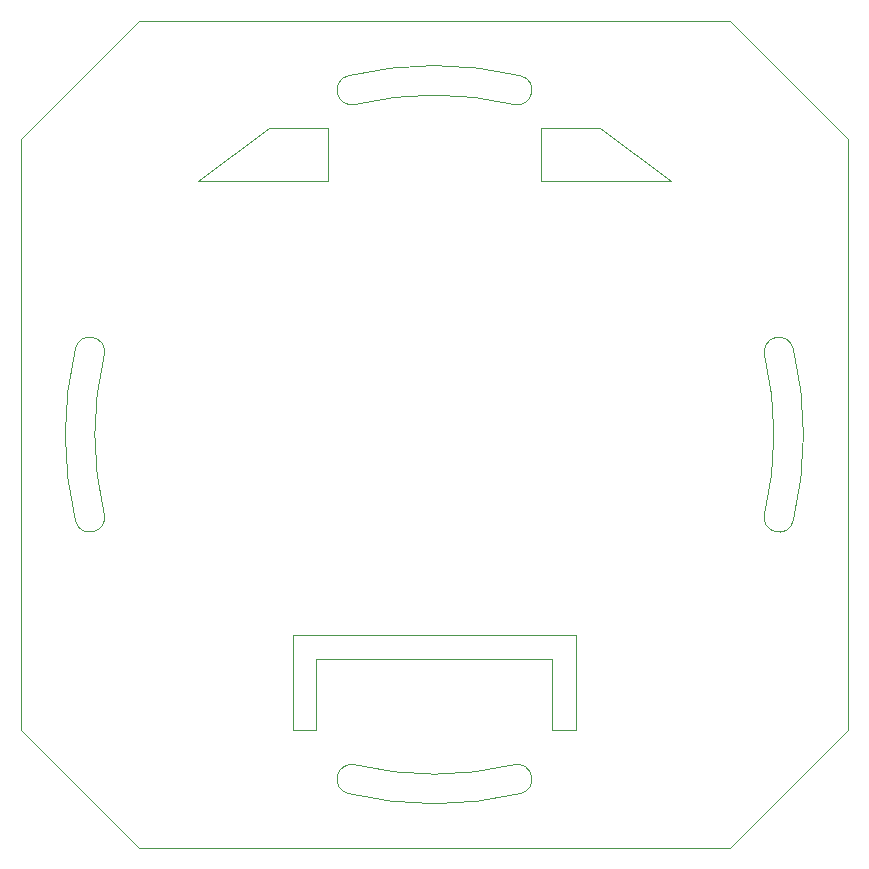
<source format=gbr>
G04 #@! TF.GenerationSoftware,KiCad,Pcbnew,6.0.0-rc1-unknown-59b0f55~66~ubuntu18.04.1*
G04 #@! TF.CreationDate,2018-12-02T19:59:02+01:00
G04 #@! TF.ProjectId,RoomUnit,526f6f6d-556e-4697-942e-6b696361645f,rev?*
G04 #@! TF.SameCoordinates,Original*
G04 #@! TF.FileFunction,Profile,NP*
%FSLAX46Y46*%
G04 Gerber Fmt 4.6, Leading zero omitted, Abs format (unit mm)*
G04 Created by KiCad (PCBNEW 6.0.0-rc1-unknown-59b0f55~66~ubuntu18.04.1) date So 02 Dez 2018 19:59:02 CET*
%MOMM*%
%LPD*%
G01*
G04 APERTURE LIST*
%ADD10C,0.050000*%
G04 APERTURE END LIST*
D10*
X115000000Y-75000000D02*
X125000000Y-65000000D01*
X159000000Y-78500000D02*
X170000000Y-78500000D01*
X159000000Y-74000000D02*
X164000000Y-74000000D01*
X159000000Y-74000000D02*
X159000000Y-78500000D01*
X141000000Y-74000000D02*
X141000000Y-78500000D01*
X177955635Y-93288446D02*
G75*
G02X178750000Y-100000000I-27955635J-6711554D01*
G01*
X180387102Y-92707095D02*
G75*
G03X177955636Y-93288445I-1215733J-290675D01*
G01*
X180386560Y-107295168D02*
G75*
G03X181250000Y-100000000I-30386560J7295168D01*
G01*
X180387103Y-92707095D02*
G75*
G02X181250000Y-100000000I-30387103J-7292905D01*
G01*
X180386560Y-107295169D02*
G75*
G02X177955636Y-106711555I-1215462J291807D01*
G01*
X177955635Y-106711554D02*
G75*
G03X178750000Y-100000000I-27955635J6711554D01*
G01*
X122044365Y-106711554D02*
G75*
G02X121250000Y-100000000I27955635J6711554D01*
G01*
X119612898Y-107292905D02*
G75*
G03X122044364Y-106711555I1215733J290675D01*
G01*
X119613440Y-92704832D02*
G75*
G03X118750000Y-100000000I30386560J-7295168D01*
G01*
X119612897Y-107292905D02*
G75*
G02X118750000Y-100000000I30387103J7292905D01*
G01*
X119613440Y-92704831D02*
G75*
G02X122044364Y-93288445I1215462J-291807D01*
G01*
X122044365Y-93288446D02*
G75*
G03X121250000Y-100000000I27955635J-6711554D01*
G01*
X156711554Y-127955635D02*
G75*
G02X150000000Y-128750000I-6711554J27955635D01*
G01*
X157292905Y-130387102D02*
G75*
G03X156711555Y-127955636I-290675J1215733D01*
G01*
X142704832Y-130386560D02*
G75*
G03X150000000Y-131250000I7295168J30386560D01*
G01*
X157292905Y-130387103D02*
G75*
G02X150000000Y-131250000I-7292905J30387103D01*
G01*
X142704831Y-130386560D02*
G75*
G02X143288445Y-127955636I291807J1215462D01*
G01*
X143288446Y-127955635D02*
G75*
G03X150000000Y-128750000I6711554J27955635D01*
G01*
X142707095Y-69612898D02*
G75*
G03X143288445Y-72044364I290675J-1215733D01*
G01*
X157295169Y-69613440D02*
G75*
G02X156711555Y-72044364I-291807J-1215462D01*
G01*
X156711554Y-72044365D02*
G75*
G03X150000000Y-71250000I-6711554J-27955635D01*
G01*
X143288446Y-72044365D02*
G75*
G02X150000000Y-71250000I6711554J-27955635D01*
G01*
X157295168Y-69613440D02*
G75*
G03X150000000Y-68750000I-7295168J-30386560D01*
G01*
X142707095Y-69612897D02*
G75*
G02X150000000Y-68750000I7292905J-30387103D01*
G01*
X141000000Y-78500000D02*
X130000000Y-78500000D01*
X164000000Y-74000000D02*
X170000000Y-78500000D01*
X136000000Y-74000000D02*
X141000000Y-74000000D01*
X130000000Y-78500000D02*
X136000000Y-74000000D01*
X138000000Y-125000000D02*
X140000000Y-125000000D01*
X138000000Y-117000000D02*
X138000000Y-125000000D01*
X162000000Y-117000000D02*
X138000000Y-117000000D01*
X162000000Y-117500000D02*
X162000000Y-117000000D01*
X162000000Y-125000000D02*
X162000000Y-117500000D01*
X161000000Y-125000000D02*
X162000000Y-125000000D01*
X160000000Y-125000000D02*
X161000000Y-125000000D01*
X160000000Y-119000000D02*
X160000000Y-125000000D01*
X140000000Y-119000000D02*
X160000000Y-119000000D01*
X140000000Y-125000000D02*
X140000000Y-119000000D01*
X115000000Y-125000000D02*
X115000000Y-120000000D01*
X185000000Y-125000000D02*
X185000000Y-120000000D01*
X115000000Y-120000000D02*
X115000000Y-75000000D01*
X175000000Y-135000000D02*
X125000000Y-135000000D01*
X185000000Y-75000000D02*
X185000000Y-120000000D01*
X125000000Y-65000000D02*
X175000000Y-65000000D01*
X175000000Y-135000000D02*
X185000000Y-125000000D01*
X115000000Y-125000000D02*
X125000000Y-135000000D01*
X175000000Y-65000000D02*
X185000000Y-75000000D01*
M02*

</source>
